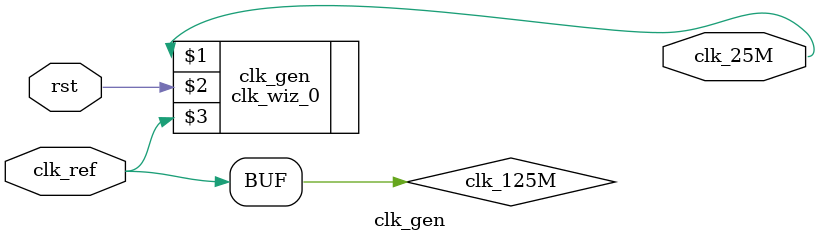
<source format=v>
`timescale 1ns / 1ps
module clk_gen(
    input    clk_ref,    // 입력: 기준 클럭 (예: FPGA 보드로부터의 125MHz 클럭)
    input    rst,        // 입력: 리셋 신호 (Active High, Clocking Wizard IP의 리셋으로 사용)
    output   clk_25M    // 출력: 생성된 100MHz 클럭
);
    
    // 내부 와이어 선언
    wire     clk_125M = clk_ref; // 입력 clk_ref에 대한 별칭 또는 명시적 와이어.
                                 // clk_wiz_0에 입력될 클럭.

    clk_wiz_0   clk_gen ( clk_25M,rst,clk_125M);
    
endmodule

</source>
